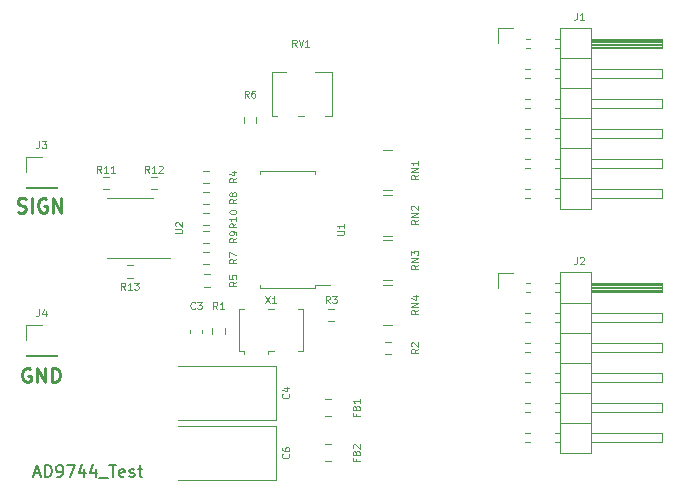
<source format=gbr>
G04 #@! TF.GenerationSoftware,KiCad,Pcbnew,7.0.6*
G04 #@! TF.CreationDate,2023-08-06T21:35:15+02:00*
G04 #@! TF.ProjectId,AD9744_Test,41443937-3434-45f5-9465-73742e6b6963,rev?*
G04 #@! TF.SameCoordinates,Original*
G04 #@! TF.FileFunction,Legend,Top*
G04 #@! TF.FilePolarity,Positive*
%FSLAX46Y46*%
G04 Gerber Fmt 4.6, Leading zero omitted, Abs format (unit mm)*
G04 Created by KiCad (PCBNEW 7.0.6) date 2023-08-06 21:35:15*
%MOMM*%
%LPD*%
G01*
G04 APERTURE LIST*
%ADD10C,0.240000*%
%ADD11C,0.150000*%
%ADD12C,0.120000*%
G04 APERTURE END LIST*
D10*
X112273465Y-94779520D02*
X112444894Y-94836662D01*
X112444894Y-94836662D02*
X112730608Y-94836662D01*
X112730608Y-94836662D02*
X112844894Y-94779520D01*
X112844894Y-94779520D02*
X112902036Y-94722377D01*
X112902036Y-94722377D02*
X112959179Y-94608091D01*
X112959179Y-94608091D02*
X112959179Y-94493805D01*
X112959179Y-94493805D02*
X112902036Y-94379520D01*
X112902036Y-94379520D02*
X112844894Y-94322377D01*
X112844894Y-94322377D02*
X112730608Y-94265234D01*
X112730608Y-94265234D02*
X112502036Y-94208091D01*
X112502036Y-94208091D02*
X112387751Y-94150948D01*
X112387751Y-94150948D02*
X112330608Y-94093805D01*
X112330608Y-94093805D02*
X112273465Y-93979520D01*
X112273465Y-93979520D02*
X112273465Y-93865234D01*
X112273465Y-93865234D02*
X112330608Y-93750948D01*
X112330608Y-93750948D02*
X112387751Y-93693805D01*
X112387751Y-93693805D02*
X112502036Y-93636662D01*
X112502036Y-93636662D02*
X112787751Y-93636662D01*
X112787751Y-93636662D02*
X112959179Y-93693805D01*
X113473465Y-94836662D02*
X113473465Y-93636662D01*
X114673465Y-93693805D02*
X114559180Y-93636662D01*
X114559180Y-93636662D02*
X114387751Y-93636662D01*
X114387751Y-93636662D02*
X114216322Y-93693805D01*
X114216322Y-93693805D02*
X114102037Y-93808091D01*
X114102037Y-93808091D02*
X114044894Y-93922377D01*
X114044894Y-93922377D02*
X113987751Y-94150948D01*
X113987751Y-94150948D02*
X113987751Y-94322377D01*
X113987751Y-94322377D02*
X114044894Y-94550948D01*
X114044894Y-94550948D02*
X114102037Y-94665234D01*
X114102037Y-94665234D02*
X114216322Y-94779520D01*
X114216322Y-94779520D02*
X114387751Y-94836662D01*
X114387751Y-94836662D02*
X114502037Y-94836662D01*
X114502037Y-94836662D02*
X114673465Y-94779520D01*
X114673465Y-94779520D02*
X114730608Y-94722377D01*
X114730608Y-94722377D02*
X114730608Y-94322377D01*
X114730608Y-94322377D02*
X114502037Y-94322377D01*
X115244894Y-94836662D02*
X115244894Y-93636662D01*
X115244894Y-93636662D02*
X115930608Y-94836662D01*
X115930608Y-94836662D02*
X115930608Y-93636662D01*
D11*
X113700160Y-116932104D02*
X114176350Y-116932104D01*
X113604922Y-117217819D02*
X113938255Y-116217819D01*
X113938255Y-116217819D02*
X114271588Y-117217819D01*
X114604922Y-117217819D02*
X114604922Y-116217819D01*
X114604922Y-116217819D02*
X114843017Y-116217819D01*
X114843017Y-116217819D02*
X114985874Y-116265438D01*
X114985874Y-116265438D02*
X115081112Y-116360676D01*
X115081112Y-116360676D02*
X115128731Y-116455914D01*
X115128731Y-116455914D02*
X115176350Y-116646390D01*
X115176350Y-116646390D02*
X115176350Y-116789247D01*
X115176350Y-116789247D02*
X115128731Y-116979723D01*
X115128731Y-116979723D02*
X115081112Y-117074961D01*
X115081112Y-117074961D02*
X114985874Y-117170200D01*
X114985874Y-117170200D02*
X114843017Y-117217819D01*
X114843017Y-117217819D02*
X114604922Y-117217819D01*
X115652541Y-117217819D02*
X115843017Y-117217819D01*
X115843017Y-117217819D02*
X115938255Y-117170200D01*
X115938255Y-117170200D02*
X115985874Y-117122580D01*
X115985874Y-117122580D02*
X116081112Y-116979723D01*
X116081112Y-116979723D02*
X116128731Y-116789247D01*
X116128731Y-116789247D02*
X116128731Y-116408295D01*
X116128731Y-116408295D02*
X116081112Y-116313057D01*
X116081112Y-116313057D02*
X116033493Y-116265438D01*
X116033493Y-116265438D02*
X115938255Y-116217819D01*
X115938255Y-116217819D02*
X115747779Y-116217819D01*
X115747779Y-116217819D02*
X115652541Y-116265438D01*
X115652541Y-116265438D02*
X115604922Y-116313057D01*
X115604922Y-116313057D02*
X115557303Y-116408295D01*
X115557303Y-116408295D02*
X115557303Y-116646390D01*
X115557303Y-116646390D02*
X115604922Y-116741628D01*
X115604922Y-116741628D02*
X115652541Y-116789247D01*
X115652541Y-116789247D02*
X115747779Y-116836866D01*
X115747779Y-116836866D02*
X115938255Y-116836866D01*
X115938255Y-116836866D02*
X116033493Y-116789247D01*
X116033493Y-116789247D02*
X116081112Y-116741628D01*
X116081112Y-116741628D02*
X116128731Y-116646390D01*
X116462065Y-116217819D02*
X117128731Y-116217819D01*
X117128731Y-116217819D02*
X116700160Y-117217819D01*
X117938255Y-116551152D02*
X117938255Y-117217819D01*
X117700160Y-116170200D02*
X117462065Y-116884485D01*
X117462065Y-116884485D02*
X118081112Y-116884485D01*
X118890636Y-116551152D02*
X118890636Y-117217819D01*
X118652541Y-116170200D02*
X118414446Y-116884485D01*
X118414446Y-116884485D02*
X119033493Y-116884485D01*
X119176351Y-117313057D02*
X119938255Y-117313057D01*
X120033494Y-116217819D02*
X120604922Y-116217819D01*
X120319208Y-117217819D02*
X120319208Y-116217819D01*
X121319208Y-117170200D02*
X121223970Y-117217819D01*
X121223970Y-117217819D02*
X121033494Y-117217819D01*
X121033494Y-117217819D02*
X120938256Y-117170200D01*
X120938256Y-117170200D02*
X120890637Y-117074961D01*
X120890637Y-117074961D02*
X120890637Y-116694009D01*
X120890637Y-116694009D02*
X120938256Y-116598771D01*
X120938256Y-116598771D02*
X121033494Y-116551152D01*
X121033494Y-116551152D02*
X121223970Y-116551152D01*
X121223970Y-116551152D02*
X121319208Y-116598771D01*
X121319208Y-116598771D02*
X121366827Y-116694009D01*
X121366827Y-116694009D02*
X121366827Y-116789247D01*
X121366827Y-116789247D02*
X120890637Y-116884485D01*
X121747780Y-117170200D02*
X121843018Y-117217819D01*
X121843018Y-117217819D02*
X122033494Y-117217819D01*
X122033494Y-117217819D02*
X122128732Y-117170200D01*
X122128732Y-117170200D02*
X122176351Y-117074961D01*
X122176351Y-117074961D02*
X122176351Y-117027342D01*
X122176351Y-117027342D02*
X122128732Y-116932104D01*
X122128732Y-116932104D02*
X122033494Y-116884485D01*
X122033494Y-116884485D02*
X121890637Y-116884485D01*
X121890637Y-116884485D02*
X121795399Y-116836866D01*
X121795399Y-116836866D02*
X121747780Y-116741628D01*
X121747780Y-116741628D02*
X121747780Y-116694009D01*
X121747780Y-116694009D02*
X121795399Y-116598771D01*
X121795399Y-116598771D02*
X121890637Y-116551152D01*
X121890637Y-116551152D02*
X122033494Y-116551152D01*
X122033494Y-116551152D02*
X122128732Y-116598771D01*
X122462066Y-116551152D02*
X122843018Y-116551152D01*
X122604923Y-116217819D02*
X122604923Y-117074961D01*
X122604923Y-117074961D02*
X122652542Y-117170200D01*
X122652542Y-117170200D02*
X122747780Y-117217819D01*
X122747780Y-117217819D02*
X122843018Y-117217819D01*
D10*
X113340179Y-108044805D02*
X113225894Y-107987662D01*
X113225894Y-107987662D02*
X113054465Y-107987662D01*
X113054465Y-107987662D02*
X112883036Y-108044805D01*
X112883036Y-108044805D02*
X112768751Y-108159091D01*
X112768751Y-108159091D02*
X112711608Y-108273377D01*
X112711608Y-108273377D02*
X112654465Y-108501948D01*
X112654465Y-108501948D02*
X112654465Y-108673377D01*
X112654465Y-108673377D02*
X112711608Y-108901948D01*
X112711608Y-108901948D02*
X112768751Y-109016234D01*
X112768751Y-109016234D02*
X112883036Y-109130520D01*
X112883036Y-109130520D02*
X113054465Y-109187662D01*
X113054465Y-109187662D02*
X113168751Y-109187662D01*
X113168751Y-109187662D02*
X113340179Y-109130520D01*
X113340179Y-109130520D02*
X113397322Y-109073377D01*
X113397322Y-109073377D02*
X113397322Y-108673377D01*
X113397322Y-108673377D02*
X113168751Y-108673377D01*
X113911608Y-109187662D02*
X113911608Y-107987662D01*
X113911608Y-107987662D02*
X114597322Y-109187662D01*
X114597322Y-109187662D02*
X114597322Y-107987662D01*
X115168751Y-109187662D02*
X115168751Y-107987662D01*
X115168751Y-107987662D02*
X115454465Y-107987662D01*
X115454465Y-107987662D02*
X115625894Y-108044805D01*
X115625894Y-108044805D02*
X115740179Y-108159091D01*
X115740179Y-108159091D02*
X115797322Y-108273377D01*
X115797322Y-108273377D02*
X115854465Y-108501948D01*
X115854465Y-108501948D02*
X115854465Y-108673377D01*
X115854465Y-108673377D02*
X115797322Y-108901948D01*
X115797322Y-108901948D02*
X115740179Y-109016234D01*
X115740179Y-109016234D02*
X115625894Y-109130520D01*
X115625894Y-109130520D02*
X115454465Y-109187662D01*
X115454465Y-109187662D02*
X115168751Y-109187662D01*
D12*
X114099999Y-88781331D02*
X114099999Y-89209902D01*
X114099999Y-89209902D02*
X114071428Y-89295617D01*
X114071428Y-89295617D02*
X114014285Y-89352760D01*
X114014285Y-89352760D02*
X113928571Y-89381331D01*
X113928571Y-89381331D02*
X113871428Y-89381331D01*
X114328571Y-88781331D02*
X114699999Y-88781331D01*
X114699999Y-88781331D02*
X114499999Y-89009902D01*
X114499999Y-89009902D02*
X114585714Y-89009902D01*
X114585714Y-89009902D02*
X114642857Y-89038474D01*
X114642857Y-89038474D02*
X114671428Y-89067045D01*
X114671428Y-89067045D02*
X114699999Y-89124188D01*
X114699999Y-89124188D02*
X114699999Y-89267045D01*
X114699999Y-89267045D02*
X114671428Y-89324188D01*
X114671428Y-89324188D02*
X114642857Y-89352760D01*
X114642857Y-89352760D02*
X114585714Y-89381331D01*
X114585714Y-89381331D02*
X114414285Y-89381331D01*
X114414285Y-89381331D02*
X114357142Y-89352760D01*
X114357142Y-89352760D02*
X114328571Y-89324188D01*
X140927045Y-115688999D02*
X140927045Y-115888999D01*
X141241331Y-115888999D02*
X140641331Y-115888999D01*
X140641331Y-115888999D02*
X140641331Y-115603285D01*
X140927045Y-115174713D02*
X140955617Y-115088999D01*
X140955617Y-115088999D02*
X140984188Y-115060428D01*
X140984188Y-115060428D02*
X141041331Y-115031856D01*
X141041331Y-115031856D02*
X141127045Y-115031856D01*
X141127045Y-115031856D02*
X141184188Y-115060428D01*
X141184188Y-115060428D02*
X141212760Y-115088999D01*
X141212760Y-115088999D02*
X141241331Y-115146142D01*
X141241331Y-115146142D02*
X141241331Y-115374713D01*
X141241331Y-115374713D02*
X140641331Y-115374713D01*
X140641331Y-115374713D02*
X140641331Y-115174713D01*
X140641331Y-115174713D02*
X140669902Y-115117571D01*
X140669902Y-115117571D02*
X140698474Y-115088999D01*
X140698474Y-115088999D02*
X140755617Y-115060428D01*
X140755617Y-115060428D02*
X140812760Y-115060428D01*
X140812760Y-115060428D02*
X140869902Y-115088999D01*
X140869902Y-115088999D02*
X140898474Y-115117571D01*
X140898474Y-115117571D02*
X140927045Y-115174713D01*
X140927045Y-115174713D02*
X140927045Y-115374713D01*
X140698474Y-114803285D02*
X140669902Y-114774713D01*
X140669902Y-114774713D02*
X140641331Y-114717571D01*
X140641331Y-114717571D02*
X140641331Y-114574713D01*
X140641331Y-114574713D02*
X140669902Y-114517571D01*
X140669902Y-114517571D02*
X140698474Y-114488999D01*
X140698474Y-114488999D02*
X140755617Y-114460428D01*
X140755617Y-114460428D02*
X140812760Y-114460428D01*
X140812760Y-114460428D02*
X140898474Y-114488999D01*
X140898474Y-114488999D02*
X141241331Y-114831856D01*
X141241331Y-114831856D02*
X141241331Y-114460428D01*
X130803831Y-98778999D02*
X130518117Y-98978999D01*
X130803831Y-99121856D02*
X130203831Y-99121856D01*
X130203831Y-99121856D02*
X130203831Y-98893285D01*
X130203831Y-98893285D02*
X130232402Y-98836142D01*
X130232402Y-98836142D02*
X130260974Y-98807571D01*
X130260974Y-98807571D02*
X130318117Y-98778999D01*
X130318117Y-98778999D02*
X130403831Y-98778999D01*
X130403831Y-98778999D02*
X130460974Y-98807571D01*
X130460974Y-98807571D02*
X130489545Y-98836142D01*
X130489545Y-98836142D02*
X130518117Y-98893285D01*
X130518117Y-98893285D02*
X130518117Y-99121856D01*
X130203831Y-98578999D02*
X130203831Y-98178999D01*
X130203831Y-98178999D02*
X130803831Y-98436142D01*
X146170831Y-103087285D02*
X145885117Y-103287285D01*
X146170831Y-103430142D02*
X145570831Y-103430142D01*
X145570831Y-103430142D02*
X145570831Y-103201571D01*
X145570831Y-103201571D02*
X145599402Y-103144428D01*
X145599402Y-103144428D02*
X145627974Y-103115857D01*
X145627974Y-103115857D02*
X145685117Y-103087285D01*
X145685117Y-103087285D02*
X145770831Y-103087285D01*
X145770831Y-103087285D02*
X145827974Y-103115857D01*
X145827974Y-103115857D02*
X145856545Y-103144428D01*
X145856545Y-103144428D02*
X145885117Y-103201571D01*
X145885117Y-103201571D02*
X145885117Y-103430142D01*
X146170831Y-102830142D02*
X145570831Y-102830142D01*
X145570831Y-102830142D02*
X146170831Y-102487285D01*
X146170831Y-102487285D02*
X145570831Y-102487285D01*
X145770831Y-101944429D02*
X146170831Y-101944429D01*
X145542260Y-102087286D02*
X145970831Y-102230143D01*
X145970831Y-102230143D02*
X145970831Y-101858714D01*
X133245285Y-101906331D02*
X133645285Y-102506331D01*
X133645285Y-101906331D02*
X133245285Y-102506331D01*
X134188142Y-102506331D02*
X133845285Y-102506331D01*
X134016714Y-102506331D02*
X134016714Y-101906331D01*
X134016714Y-101906331D02*
X133959571Y-101992045D01*
X133959571Y-101992045D02*
X133902428Y-102049188D01*
X133902428Y-102049188D02*
X133845285Y-102077760D01*
X114099999Y-103005331D02*
X114099999Y-103433902D01*
X114099999Y-103433902D02*
X114071428Y-103519617D01*
X114071428Y-103519617D02*
X114014285Y-103576760D01*
X114014285Y-103576760D02*
X113928571Y-103605331D01*
X113928571Y-103605331D02*
X113871428Y-103605331D01*
X114642857Y-103205331D02*
X114642857Y-103605331D01*
X114499999Y-102976760D02*
X114357142Y-103405331D01*
X114357142Y-103405331D02*
X114728571Y-103405331D01*
X130803831Y-91920999D02*
X130518117Y-92120999D01*
X130803831Y-92263856D02*
X130203831Y-92263856D01*
X130203831Y-92263856D02*
X130203831Y-92035285D01*
X130203831Y-92035285D02*
X130232402Y-91978142D01*
X130232402Y-91978142D02*
X130260974Y-91949571D01*
X130260974Y-91949571D02*
X130318117Y-91920999D01*
X130318117Y-91920999D02*
X130403831Y-91920999D01*
X130403831Y-91920999D02*
X130460974Y-91949571D01*
X130460974Y-91949571D02*
X130489545Y-91978142D01*
X130489545Y-91978142D02*
X130518117Y-92035285D01*
X130518117Y-92035285D02*
X130518117Y-92263856D01*
X130403831Y-91406714D02*
X130803831Y-91406714D01*
X130175260Y-91549571D02*
X130603831Y-91692428D01*
X130603831Y-91692428D02*
X130603831Y-91320999D01*
X131829500Y-85107331D02*
X131629500Y-84821617D01*
X131486643Y-85107331D02*
X131486643Y-84507331D01*
X131486643Y-84507331D02*
X131715214Y-84507331D01*
X131715214Y-84507331D02*
X131772357Y-84535902D01*
X131772357Y-84535902D02*
X131800928Y-84564474D01*
X131800928Y-84564474D02*
X131829500Y-84621617D01*
X131829500Y-84621617D02*
X131829500Y-84707331D01*
X131829500Y-84707331D02*
X131800928Y-84764474D01*
X131800928Y-84764474D02*
X131772357Y-84793045D01*
X131772357Y-84793045D02*
X131715214Y-84821617D01*
X131715214Y-84821617D02*
X131486643Y-84821617D01*
X132343786Y-84507331D02*
X132229500Y-84507331D01*
X132229500Y-84507331D02*
X132172357Y-84535902D01*
X132172357Y-84535902D02*
X132143786Y-84564474D01*
X132143786Y-84564474D02*
X132086643Y-84650188D01*
X132086643Y-84650188D02*
X132058071Y-84764474D01*
X132058071Y-84764474D02*
X132058071Y-84993045D01*
X132058071Y-84993045D02*
X132086643Y-85050188D01*
X132086643Y-85050188D02*
X132115214Y-85078760D01*
X132115214Y-85078760D02*
X132172357Y-85107331D01*
X132172357Y-85107331D02*
X132286643Y-85107331D01*
X132286643Y-85107331D02*
X132343786Y-85078760D01*
X132343786Y-85078760D02*
X132372357Y-85050188D01*
X132372357Y-85050188D02*
X132400928Y-84993045D01*
X132400928Y-84993045D02*
X132400928Y-84850188D01*
X132400928Y-84850188D02*
X132372357Y-84793045D01*
X132372357Y-84793045D02*
X132343786Y-84764474D01*
X132343786Y-84764474D02*
X132286643Y-84735902D01*
X132286643Y-84735902D02*
X132172357Y-84735902D01*
X132172357Y-84735902D02*
X132115214Y-84764474D01*
X132115214Y-84764474D02*
X132086643Y-84793045D01*
X132086643Y-84793045D02*
X132058071Y-84850188D01*
X127281000Y-102957188D02*
X127252428Y-102985760D01*
X127252428Y-102985760D02*
X127166714Y-103014331D01*
X127166714Y-103014331D02*
X127109571Y-103014331D01*
X127109571Y-103014331D02*
X127023857Y-102985760D01*
X127023857Y-102985760D02*
X126966714Y-102928617D01*
X126966714Y-102928617D02*
X126938143Y-102871474D01*
X126938143Y-102871474D02*
X126909571Y-102757188D01*
X126909571Y-102757188D02*
X126909571Y-102671474D01*
X126909571Y-102671474D02*
X126938143Y-102557188D01*
X126938143Y-102557188D02*
X126966714Y-102500045D01*
X126966714Y-102500045D02*
X127023857Y-102442902D01*
X127023857Y-102442902D02*
X127109571Y-102414331D01*
X127109571Y-102414331D02*
X127166714Y-102414331D01*
X127166714Y-102414331D02*
X127252428Y-102442902D01*
X127252428Y-102442902D02*
X127281000Y-102471474D01*
X127481000Y-102414331D02*
X127852428Y-102414331D01*
X127852428Y-102414331D02*
X127652428Y-102642902D01*
X127652428Y-102642902D02*
X127738143Y-102642902D01*
X127738143Y-102642902D02*
X127795286Y-102671474D01*
X127795286Y-102671474D02*
X127823857Y-102700045D01*
X127823857Y-102700045D02*
X127852428Y-102757188D01*
X127852428Y-102757188D02*
X127852428Y-102900045D01*
X127852428Y-102900045D02*
X127823857Y-102957188D01*
X127823857Y-102957188D02*
X127795286Y-102985760D01*
X127795286Y-102985760D02*
X127738143Y-103014331D01*
X127738143Y-103014331D02*
X127566714Y-103014331D01*
X127566714Y-103014331D02*
X127509571Y-102985760D01*
X127509571Y-102985760D02*
X127481000Y-102957188D01*
X146170831Y-99277285D02*
X145885117Y-99477285D01*
X146170831Y-99620142D02*
X145570831Y-99620142D01*
X145570831Y-99620142D02*
X145570831Y-99391571D01*
X145570831Y-99391571D02*
X145599402Y-99334428D01*
X145599402Y-99334428D02*
X145627974Y-99305857D01*
X145627974Y-99305857D02*
X145685117Y-99277285D01*
X145685117Y-99277285D02*
X145770831Y-99277285D01*
X145770831Y-99277285D02*
X145827974Y-99305857D01*
X145827974Y-99305857D02*
X145856545Y-99334428D01*
X145856545Y-99334428D02*
X145885117Y-99391571D01*
X145885117Y-99391571D02*
X145885117Y-99620142D01*
X146170831Y-99020142D02*
X145570831Y-99020142D01*
X145570831Y-99020142D02*
X146170831Y-98677285D01*
X146170831Y-98677285D02*
X145570831Y-98677285D01*
X145570831Y-98448714D02*
X145570831Y-98077286D01*
X145570831Y-98077286D02*
X145799402Y-98277286D01*
X145799402Y-98277286D02*
X145799402Y-98191571D01*
X145799402Y-98191571D02*
X145827974Y-98134429D01*
X145827974Y-98134429D02*
X145856545Y-98105857D01*
X145856545Y-98105857D02*
X145913688Y-98077286D01*
X145913688Y-98077286D02*
X146056545Y-98077286D01*
X146056545Y-98077286D02*
X146113688Y-98105857D01*
X146113688Y-98105857D02*
X146142260Y-98134429D01*
X146142260Y-98134429D02*
X146170831Y-98191571D01*
X146170831Y-98191571D02*
X146170831Y-98363000D01*
X146170831Y-98363000D02*
X146142260Y-98420143D01*
X146142260Y-98420143D02*
X146113688Y-98448714D01*
X130803831Y-93698999D02*
X130518117Y-93898999D01*
X130803831Y-94041856D02*
X130203831Y-94041856D01*
X130203831Y-94041856D02*
X130203831Y-93813285D01*
X130203831Y-93813285D02*
X130232402Y-93756142D01*
X130232402Y-93756142D02*
X130260974Y-93727571D01*
X130260974Y-93727571D02*
X130318117Y-93698999D01*
X130318117Y-93698999D02*
X130403831Y-93698999D01*
X130403831Y-93698999D02*
X130460974Y-93727571D01*
X130460974Y-93727571D02*
X130489545Y-93756142D01*
X130489545Y-93756142D02*
X130518117Y-93813285D01*
X130518117Y-93813285D02*
X130518117Y-94041856D01*
X130460974Y-93356142D02*
X130432402Y-93413285D01*
X130432402Y-93413285D02*
X130403831Y-93441856D01*
X130403831Y-93441856D02*
X130346688Y-93470428D01*
X130346688Y-93470428D02*
X130318117Y-93470428D01*
X130318117Y-93470428D02*
X130260974Y-93441856D01*
X130260974Y-93441856D02*
X130232402Y-93413285D01*
X130232402Y-93413285D02*
X130203831Y-93356142D01*
X130203831Y-93356142D02*
X130203831Y-93241856D01*
X130203831Y-93241856D02*
X130232402Y-93184714D01*
X130232402Y-93184714D02*
X130260974Y-93156142D01*
X130260974Y-93156142D02*
X130318117Y-93127571D01*
X130318117Y-93127571D02*
X130346688Y-93127571D01*
X130346688Y-93127571D02*
X130403831Y-93156142D01*
X130403831Y-93156142D02*
X130432402Y-93184714D01*
X130432402Y-93184714D02*
X130460974Y-93241856D01*
X130460974Y-93241856D02*
X130460974Y-93356142D01*
X130460974Y-93356142D02*
X130489545Y-93413285D01*
X130489545Y-93413285D02*
X130518117Y-93441856D01*
X130518117Y-93441856D02*
X130575260Y-93470428D01*
X130575260Y-93470428D02*
X130689545Y-93470428D01*
X130689545Y-93470428D02*
X130746688Y-93441856D01*
X130746688Y-93441856D02*
X130775260Y-93413285D01*
X130775260Y-93413285D02*
X130803831Y-93356142D01*
X130803831Y-93356142D02*
X130803831Y-93241856D01*
X130803831Y-93241856D02*
X130775260Y-93184714D01*
X130775260Y-93184714D02*
X130746688Y-93156142D01*
X130746688Y-93156142D02*
X130689545Y-93127571D01*
X130689545Y-93127571D02*
X130575260Y-93127571D01*
X130575260Y-93127571D02*
X130518117Y-93156142D01*
X130518117Y-93156142D02*
X130489545Y-93184714D01*
X130489545Y-93184714D02*
X130460974Y-93241856D01*
X130803831Y-100683999D02*
X130518117Y-100883999D01*
X130803831Y-101026856D02*
X130203831Y-101026856D01*
X130203831Y-101026856D02*
X130203831Y-100798285D01*
X130203831Y-100798285D02*
X130232402Y-100741142D01*
X130232402Y-100741142D02*
X130260974Y-100712571D01*
X130260974Y-100712571D02*
X130318117Y-100683999D01*
X130318117Y-100683999D02*
X130403831Y-100683999D01*
X130403831Y-100683999D02*
X130460974Y-100712571D01*
X130460974Y-100712571D02*
X130489545Y-100741142D01*
X130489545Y-100741142D02*
X130518117Y-100798285D01*
X130518117Y-100798285D02*
X130518117Y-101026856D01*
X130203831Y-100141142D02*
X130203831Y-100426856D01*
X130203831Y-100426856D02*
X130489545Y-100455428D01*
X130489545Y-100455428D02*
X130460974Y-100426856D01*
X130460974Y-100426856D02*
X130432402Y-100369714D01*
X130432402Y-100369714D02*
X130432402Y-100226856D01*
X130432402Y-100226856D02*
X130460974Y-100169714D01*
X130460974Y-100169714D02*
X130489545Y-100141142D01*
X130489545Y-100141142D02*
X130546688Y-100112571D01*
X130546688Y-100112571D02*
X130689545Y-100112571D01*
X130689545Y-100112571D02*
X130746688Y-100141142D01*
X130746688Y-100141142D02*
X130775260Y-100169714D01*
X130775260Y-100169714D02*
X130803831Y-100226856D01*
X130803831Y-100226856D02*
X130803831Y-100369714D01*
X130803831Y-100369714D02*
X130775260Y-100426856D01*
X130775260Y-100426856D02*
X130746688Y-100455428D01*
X119351785Y-91457331D02*
X119151785Y-91171617D01*
X119008928Y-91457331D02*
X119008928Y-90857331D01*
X119008928Y-90857331D02*
X119237499Y-90857331D01*
X119237499Y-90857331D02*
X119294642Y-90885902D01*
X119294642Y-90885902D02*
X119323213Y-90914474D01*
X119323213Y-90914474D02*
X119351785Y-90971617D01*
X119351785Y-90971617D02*
X119351785Y-91057331D01*
X119351785Y-91057331D02*
X119323213Y-91114474D01*
X119323213Y-91114474D02*
X119294642Y-91143045D01*
X119294642Y-91143045D02*
X119237499Y-91171617D01*
X119237499Y-91171617D02*
X119008928Y-91171617D01*
X119923213Y-91457331D02*
X119580356Y-91457331D01*
X119751785Y-91457331D02*
X119751785Y-90857331D01*
X119751785Y-90857331D02*
X119694642Y-90943045D01*
X119694642Y-90943045D02*
X119637499Y-91000188D01*
X119637499Y-91000188D02*
X119580356Y-91028760D01*
X120494642Y-91457331D02*
X120151785Y-91457331D01*
X120323214Y-91457331D02*
X120323214Y-90857331D01*
X120323214Y-90857331D02*
X120266071Y-90943045D01*
X120266071Y-90943045D02*
X120208928Y-91000188D01*
X120208928Y-91000188D02*
X120151785Y-91028760D01*
X146194331Y-106398999D02*
X145908617Y-106598999D01*
X146194331Y-106741856D02*
X145594331Y-106741856D01*
X145594331Y-106741856D02*
X145594331Y-106513285D01*
X145594331Y-106513285D02*
X145622902Y-106456142D01*
X145622902Y-106456142D02*
X145651474Y-106427571D01*
X145651474Y-106427571D02*
X145708617Y-106398999D01*
X145708617Y-106398999D02*
X145794331Y-106398999D01*
X145794331Y-106398999D02*
X145851474Y-106427571D01*
X145851474Y-106427571D02*
X145880045Y-106456142D01*
X145880045Y-106456142D02*
X145908617Y-106513285D01*
X145908617Y-106513285D02*
X145908617Y-106741856D01*
X145651474Y-106170428D02*
X145622902Y-106141856D01*
X145622902Y-106141856D02*
X145594331Y-106084714D01*
X145594331Y-106084714D02*
X145594331Y-105941856D01*
X145594331Y-105941856D02*
X145622902Y-105884714D01*
X145622902Y-105884714D02*
X145651474Y-105856142D01*
X145651474Y-105856142D02*
X145708617Y-105827571D01*
X145708617Y-105827571D02*
X145765760Y-105827571D01*
X145765760Y-105827571D02*
X145851474Y-105856142D01*
X145851474Y-105856142D02*
X146194331Y-106198999D01*
X146194331Y-106198999D02*
X146194331Y-105827571D01*
X135215188Y-110208999D02*
X135243760Y-110237571D01*
X135243760Y-110237571D02*
X135272331Y-110323285D01*
X135272331Y-110323285D02*
X135272331Y-110380428D01*
X135272331Y-110380428D02*
X135243760Y-110466142D01*
X135243760Y-110466142D02*
X135186617Y-110523285D01*
X135186617Y-110523285D02*
X135129474Y-110551856D01*
X135129474Y-110551856D02*
X135015188Y-110580428D01*
X135015188Y-110580428D02*
X134929474Y-110580428D01*
X134929474Y-110580428D02*
X134815188Y-110551856D01*
X134815188Y-110551856D02*
X134758045Y-110523285D01*
X134758045Y-110523285D02*
X134700902Y-110466142D01*
X134700902Y-110466142D02*
X134672331Y-110380428D01*
X134672331Y-110380428D02*
X134672331Y-110323285D01*
X134672331Y-110323285D02*
X134700902Y-110237571D01*
X134700902Y-110237571D02*
X134729474Y-110208999D01*
X134872331Y-109694714D02*
X135272331Y-109694714D01*
X134643760Y-109837571D02*
X135072331Y-109980428D01*
X135072331Y-109980428D02*
X135072331Y-109608999D01*
X159632999Y-77919331D02*
X159632999Y-78347902D01*
X159632999Y-78347902D02*
X159604428Y-78433617D01*
X159604428Y-78433617D02*
X159547285Y-78490760D01*
X159547285Y-78490760D02*
X159461571Y-78519331D01*
X159461571Y-78519331D02*
X159404428Y-78519331D01*
X160232999Y-78519331D02*
X159890142Y-78519331D01*
X160061571Y-78519331D02*
X160061571Y-77919331D01*
X160061571Y-77919331D02*
X160004428Y-78005045D01*
X160004428Y-78005045D02*
X159947285Y-78062188D01*
X159947285Y-78062188D02*
X159890142Y-78090760D01*
X146170831Y-95467285D02*
X145885117Y-95667285D01*
X146170831Y-95810142D02*
X145570831Y-95810142D01*
X145570831Y-95810142D02*
X145570831Y-95581571D01*
X145570831Y-95581571D02*
X145599402Y-95524428D01*
X145599402Y-95524428D02*
X145627974Y-95495857D01*
X145627974Y-95495857D02*
X145685117Y-95467285D01*
X145685117Y-95467285D02*
X145770831Y-95467285D01*
X145770831Y-95467285D02*
X145827974Y-95495857D01*
X145827974Y-95495857D02*
X145856545Y-95524428D01*
X145856545Y-95524428D02*
X145885117Y-95581571D01*
X145885117Y-95581571D02*
X145885117Y-95810142D01*
X146170831Y-95210142D02*
X145570831Y-95210142D01*
X145570831Y-95210142D02*
X146170831Y-94867285D01*
X146170831Y-94867285D02*
X145570831Y-94867285D01*
X145627974Y-94610143D02*
X145599402Y-94581571D01*
X145599402Y-94581571D02*
X145570831Y-94524429D01*
X145570831Y-94524429D02*
X145570831Y-94381571D01*
X145570831Y-94381571D02*
X145599402Y-94324429D01*
X145599402Y-94324429D02*
X145627974Y-94295857D01*
X145627974Y-94295857D02*
X145685117Y-94267286D01*
X145685117Y-94267286D02*
X145742260Y-94267286D01*
X145742260Y-94267286D02*
X145827974Y-94295857D01*
X145827974Y-94295857D02*
X146170831Y-94638714D01*
X146170831Y-94638714D02*
X146170831Y-94267286D01*
X135890357Y-80789331D02*
X135690357Y-80503617D01*
X135547500Y-80789331D02*
X135547500Y-80189331D01*
X135547500Y-80189331D02*
X135776071Y-80189331D01*
X135776071Y-80189331D02*
X135833214Y-80217902D01*
X135833214Y-80217902D02*
X135861785Y-80246474D01*
X135861785Y-80246474D02*
X135890357Y-80303617D01*
X135890357Y-80303617D02*
X135890357Y-80389331D01*
X135890357Y-80389331D02*
X135861785Y-80446474D01*
X135861785Y-80446474D02*
X135833214Y-80475045D01*
X135833214Y-80475045D02*
X135776071Y-80503617D01*
X135776071Y-80503617D02*
X135547500Y-80503617D01*
X136061785Y-80189331D02*
X136261785Y-80789331D01*
X136261785Y-80789331D02*
X136461785Y-80189331D01*
X136976071Y-80789331D02*
X136633214Y-80789331D01*
X136804643Y-80789331D02*
X136804643Y-80189331D01*
X136804643Y-80189331D02*
X136747500Y-80275045D01*
X136747500Y-80275045D02*
X136690357Y-80332188D01*
X136690357Y-80332188D02*
X136633214Y-80360760D01*
X140927045Y-111878999D02*
X140927045Y-112078999D01*
X141241331Y-112078999D02*
X140641331Y-112078999D01*
X140641331Y-112078999D02*
X140641331Y-111793285D01*
X140927045Y-111364713D02*
X140955617Y-111278999D01*
X140955617Y-111278999D02*
X140984188Y-111250428D01*
X140984188Y-111250428D02*
X141041331Y-111221856D01*
X141041331Y-111221856D02*
X141127045Y-111221856D01*
X141127045Y-111221856D02*
X141184188Y-111250428D01*
X141184188Y-111250428D02*
X141212760Y-111278999D01*
X141212760Y-111278999D02*
X141241331Y-111336142D01*
X141241331Y-111336142D02*
X141241331Y-111564713D01*
X141241331Y-111564713D02*
X140641331Y-111564713D01*
X140641331Y-111564713D02*
X140641331Y-111364713D01*
X140641331Y-111364713D02*
X140669902Y-111307571D01*
X140669902Y-111307571D02*
X140698474Y-111278999D01*
X140698474Y-111278999D02*
X140755617Y-111250428D01*
X140755617Y-111250428D02*
X140812760Y-111250428D01*
X140812760Y-111250428D02*
X140869902Y-111278999D01*
X140869902Y-111278999D02*
X140898474Y-111307571D01*
X140898474Y-111307571D02*
X140927045Y-111364713D01*
X140927045Y-111364713D02*
X140927045Y-111564713D01*
X141241331Y-110650428D02*
X141241331Y-110993285D01*
X141241331Y-110821856D02*
X140641331Y-110821856D01*
X140641331Y-110821856D02*
X140727045Y-110878999D01*
X140727045Y-110878999D02*
X140784188Y-110936142D01*
X140784188Y-110936142D02*
X140812760Y-110993285D01*
X159632999Y-98609331D02*
X159632999Y-99037902D01*
X159632999Y-99037902D02*
X159604428Y-99123617D01*
X159604428Y-99123617D02*
X159547285Y-99180760D01*
X159547285Y-99180760D02*
X159461571Y-99209331D01*
X159461571Y-99209331D02*
X159404428Y-99209331D01*
X159890142Y-98666474D02*
X159918714Y-98637902D01*
X159918714Y-98637902D02*
X159975857Y-98609331D01*
X159975857Y-98609331D02*
X160118714Y-98609331D01*
X160118714Y-98609331D02*
X160175857Y-98637902D01*
X160175857Y-98637902D02*
X160204428Y-98666474D01*
X160204428Y-98666474D02*
X160232999Y-98723617D01*
X160232999Y-98723617D02*
X160232999Y-98780760D01*
X160232999Y-98780760D02*
X160204428Y-98866474D01*
X160204428Y-98866474D02*
X159861571Y-99209331D01*
X159861571Y-99209331D02*
X160232999Y-99209331D01*
X129186000Y-103014331D02*
X128986000Y-102728617D01*
X128843143Y-103014331D02*
X128843143Y-102414331D01*
X128843143Y-102414331D02*
X129071714Y-102414331D01*
X129071714Y-102414331D02*
X129128857Y-102442902D01*
X129128857Y-102442902D02*
X129157428Y-102471474D01*
X129157428Y-102471474D02*
X129186000Y-102528617D01*
X129186000Y-102528617D02*
X129186000Y-102614331D01*
X129186000Y-102614331D02*
X129157428Y-102671474D01*
X129157428Y-102671474D02*
X129128857Y-102700045D01*
X129128857Y-102700045D02*
X129071714Y-102728617D01*
X129071714Y-102728617D02*
X128843143Y-102728617D01*
X129757428Y-103014331D02*
X129414571Y-103014331D01*
X129586000Y-103014331D02*
X129586000Y-102414331D01*
X129586000Y-102414331D02*
X129528857Y-102500045D01*
X129528857Y-102500045D02*
X129471714Y-102557188D01*
X129471714Y-102557188D02*
X129414571Y-102585760D01*
X130803831Y-95762714D02*
X130518117Y-95962714D01*
X130803831Y-96105571D02*
X130203831Y-96105571D01*
X130203831Y-96105571D02*
X130203831Y-95877000D01*
X130203831Y-95877000D02*
X130232402Y-95819857D01*
X130232402Y-95819857D02*
X130260974Y-95791286D01*
X130260974Y-95791286D02*
X130318117Y-95762714D01*
X130318117Y-95762714D02*
X130403831Y-95762714D01*
X130403831Y-95762714D02*
X130460974Y-95791286D01*
X130460974Y-95791286D02*
X130489545Y-95819857D01*
X130489545Y-95819857D02*
X130518117Y-95877000D01*
X130518117Y-95877000D02*
X130518117Y-96105571D01*
X130803831Y-95191286D02*
X130803831Y-95534143D01*
X130803831Y-95362714D02*
X130203831Y-95362714D01*
X130203831Y-95362714D02*
X130289545Y-95419857D01*
X130289545Y-95419857D02*
X130346688Y-95477000D01*
X130346688Y-95477000D02*
X130375260Y-95534143D01*
X130203831Y-94819857D02*
X130203831Y-94762714D01*
X130203831Y-94762714D02*
X130232402Y-94705571D01*
X130232402Y-94705571D02*
X130260974Y-94677000D01*
X130260974Y-94677000D02*
X130318117Y-94648428D01*
X130318117Y-94648428D02*
X130432402Y-94619857D01*
X130432402Y-94619857D02*
X130575260Y-94619857D01*
X130575260Y-94619857D02*
X130689545Y-94648428D01*
X130689545Y-94648428D02*
X130746688Y-94677000D01*
X130746688Y-94677000D02*
X130775260Y-94705571D01*
X130775260Y-94705571D02*
X130803831Y-94762714D01*
X130803831Y-94762714D02*
X130803831Y-94819857D01*
X130803831Y-94819857D02*
X130775260Y-94877000D01*
X130775260Y-94877000D02*
X130746688Y-94905571D01*
X130746688Y-94905571D02*
X130689545Y-94934142D01*
X130689545Y-94934142D02*
X130575260Y-94962714D01*
X130575260Y-94962714D02*
X130432402Y-94962714D01*
X130432402Y-94962714D02*
X130318117Y-94934142D01*
X130318117Y-94934142D02*
X130260974Y-94905571D01*
X130260974Y-94905571D02*
X130232402Y-94877000D01*
X130232402Y-94877000D02*
X130203831Y-94819857D01*
X130803831Y-97000999D02*
X130518117Y-97200999D01*
X130803831Y-97343856D02*
X130203831Y-97343856D01*
X130203831Y-97343856D02*
X130203831Y-97115285D01*
X130203831Y-97115285D02*
X130232402Y-97058142D01*
X130232402Y-97058142D02*
X130260974Y-97029571D01*
X130260974Y-97029571D02*
X130318117Y-97000999D01*
X130318117Y-97000999D02*
X130403831Y-97000999D01*
X130403831Y-97000999D02*
X130460974Y-97029571D01*
X130460974Y-97029571D02*
X130489545Y-97058142D01*
X130489545Y-97058142D02*
X130518117Y-97115285D01*
X130518117Y-97115285D02*
X130518117Y-97343856D01*
X130803831Y-96715285D02*
X130803831Y-96600999D01*
X130803831Y-96600999D02*
X130775260Y-96543856D01*
X130775260Y-96543856D02*
X130746688Y-96515285D01*
X130746688Y-96515285D02*
X130660974Y-96458142D01*
X130660974Y-96458142D02*
X130546688Y-96429571D01*
X130546688Y-96429571D02*
X130318117Y-96429571D01*
X130318117Y-96429571D02*
X130260974Y-96458142D01*
X130260974Y-96458142D02*
X130232402Y-96486714D01*
X130232402Y-96486714D02*
X130203831Y-96543856D01*
X130203831Y-96543856D02*
X130203831Y-96658142D01*
X130203831Y-96658142D02*
X130232402Y-96715285D01*
X130232402Y-96715285D02*
X130260974Y-96743856D01*
X130260974Y-96743856D02*
X130318117Y-96772428D01*
X130318117Y-96772428D02*
X130460974Y-96772428D01*
X130460974Y-96772428D02*
X130518117Y-96743856D01*
X130518117Y-96743856D02*
X130546688Y-96715285D01*
X130546688Y-96715285D02*
X130575260Y-96658142D01*
X130575260Y-96658142D02*
X130575260Y-96543856D01*
X130575260Y-96543856D02*
X130546688Y-96486714D01*
X130546688Y-96486714D02*
X130518117Y-96458142D01*
X130518117Y-96458142D02*
X130460974Y-96429571D01*
X138711000Y-102506331D02*
X138511000Y-102220617D01*
X138368143Y-102506331D02*
X138368143Y-101906331D01*
X138368143Y-101906331D02*
X138596714Y-101906331D01*
X138596714Y-101906331D02*
X138653857Y-101934902D01*
X138653857Y-101934902D02*
X138682428Y-101963474D01*
X138682428Y-101963474D02*
X138711000Y-102020617D01*
X138711000Y-102020617D02*
X138711000Y-102106331D01*
X138711000Y-102106331D02*
X138682428Y-102163474D01*
X138682428Y-102163474D02*
X138653857Y-102192045D01*
X138653857Y-102192045D02*
X138596714Y-102220617D01*
X138596714Y-102220617D02*
X138368143Y-102220617D01*
X138911000Y-101906331D02*
X139282428Y-101906331D01*
X139282428Y-101906331D02*
X139082428Y-102134902D01*
X139082428Y-102134902D02*
X139168143Y-102134902D01*
X139168143Y-102134902D02*
X139225286Y-102163474D01*
X139225286Y-102163474D02*
X139253857Y-102192045D01*
X139253857Y-102192045D02*
X139282428Y-102249188D01*
X139282428Y-102249188D02*
X139282428Y-102392045D01*
X139282428Y-102392045D02*
X139253857Y-102449188D01*
X139253857Y-102449188D02*
X139225286Y-102477760D01*
X139225286Y-102477760D02*
X139168143Y-102506331D01*
X139168143Y-102506331D02*
X138996714Y-102506331D01*
X138996714Y-102506331D02*
X138939571Y-102477760D01*
X138939571Y-102477760D02*
X138911000Y-102449188D01*
X125631831Y-96596142D02*
X126117545Y-96596142D01*
X126117545Y-96596142D02*
X126174688Y-96567571D01*
X126174688Y-96567571D02*
X126203260Y-96539000D01*
X126203260Y-96539000D02*
X126231831Y-96481857D01*
X126231831Y-96481857D02*
X126231831Y-96367571D01*
X126231831Y-96367571D02*
X126203260Y-96310428D01*
X126203260Y-96310428D02*
X126174688Y-96281857D01*
X126174688Y-96281857D02*
X126117545Y-96253285D01*
X126117545Y-96253285D02*
X125631831Y-96253285D01*
X125688974Y-95996143D02*
X125660402Y-95967571D01*
X125660402Y-95967571D02*
X125631831Y-95910429D01*
X125631831Y-95910429D02*
X125631831Y-95767571D01*
X125631831Y-95767571D02*
X125660402Y-95710429D01*
X125660402Y-95710429D02*
X125688974Y-95681857D01*
X125688974Y-95681857D02*
X125746117Y-95653286D01*
X125746117Y-95653286D02*
X125803260Y-95653286D01*
X125803260Y-95653286D02*
X125888974Y-95681857D01*
X125888974Y-95681857D02*
X126231831Y-96024714D01*
X126231831Y-96024714D02*
X126231831Y-95653286D01*
X123415785Y-91457331D02*
X123215785Y-91171617D01*
X123072928Y-91457331D02*
X123072928Y-90857331D01*
X123072928Y-90857331D02*
X123301499Y-90857331D01*
X123301499Y-90857331D02*
X123358642Y-90885902D01*
X123358642Y-90885902D02*
X123387213Y-90914474D01*
X123387213Y-90914474D02*
X123415785Y-90971617D01*
X123415785Y-90971617D02*
X123415785Y-91057331D01*
X123415785Y-91057331D02*
X123387213Y-91114474D01*
X123387213Y-91114474D02*
X123358642Y-91143045D01*
X123358642Y-91143045D02*
X123301499Y-91171617D01*
X123301499Y-91171617D02*
X123072928Y-91171617D01*
X123987213Y-91457331D02*
X123644356Y-91457331D01*
X123815785Y-91457331D02*
X123815785Y-90857331D01*
X123815785Y-90857331D02*
X123758642Y-90943045D01*
X123758642Y-90943045D02*
X123701499Y-91000188D01*
X123701499Y-91000188D02*
X123644356Y-91028760D01*
X124215785Y-90914474D02*
X124244357Y-90885902D01*
X124244357Y-90885902D02*
X124301500Y-90857331D01*
X124301500Y-90857331D02*
X124444357Y-90857331D01*
X124444357Y-90857331D02*
X124501500Y-90885902D01*
X124501500Y-90885902D02*
X124530071Y-90914474D01*
X124530071Y-90914474D02*
X124558642Y-90971617D01*
X124558642Y-90971617D02*
X124558642Y-91028760D01*
X124558642Y-91028760D02*
X124530071Y-91114474D01*
X124530071Y-91114474D02*
X124187214Y-91457331D01*
X124187214Y-91457331D02*
X124558642Y-91457331D01*
X146170831Y-91657285D02*
X145885117Y-91857285D01*
X146170831Y-92000142D02*
X145570831Y-92000142D01*
X145570831Y-92000142D02*
X145570831Y-91771571D01*
X145570831Y-91771571D02*
X145599402Y-91714428D01*
X145599402Y-91714428D02*
X145627974Y-91685857D01*
X145627974Y-91685857D02*
X145685117Y-91657285D01*
X145685117Y-91657285D02*
X145770831Y-91657285D01*
X145770831Y-91657285D02*
X145827974Y-91685857D01*
X145827974Y-91685857D02*
X145856545Y-91714428D01*
X145856545Y-91714428D02*
X145885117Y-91771571D01*
X145885117Y-91771571D02*
X145885117Y-92000142D01*
X146170831Y-91400142D02*
X145570831Y-91400142D01*
X145570831Y-91400142D02*
X146170831Y-91057285D01*
X146170831Y-91057285D02*
X145570831Y-91057285D01*
X146170831Y-90457286D02*
X146170831Y-90800143D01*
X146170831Y-90628714D02*
X145570831Y-90628714D01*
X145570831Y-90628714D02*
X145656545Y-90685857D01*
X145656545Y-90685857D02*
X145713688Y-90743000D01*
X145713688Y-90743000D02*
X145742260Y-90800143D01*
X139347831Y-96723142D02*
X139833545Y-96723142D01*
X139833545Y-96723142D02*
X139890688Y-96694571D01*
X139890688Y-96694571D02*
X139919260Y-96666000D01*
X139919260Y-96666000D02*
X139947831Y-96608857D01*
X139947831Y-96608857D02*
X139947831Y-96494571D01*
X139947831Y-96494571D02*
X139919260Y-96437428D01*
X139919260Y-96437428D02*
X139890688Y-96408857D01*
X139890688Y-96408857D02*
X139833545Y-96380285D01*
X139833545Y-96380285D02*
X139347831Y-96380285D01*
X139947831Y-95780286D02*
X139947831Y-96123143D01*
X139947831Y-95951714D02*
X139347831Y-95951714D01*
X139347831Y-95951714D02*
X139433545Y-96008857D01*
X139433545Y-96008857D02*
X139490688Y-96066000D01*
X139490688Y-96066000D02*
X139519260Y-96123143D01*
X121383785Y-101363331D02*
X121183785Y-101077617D01*
X121040928Y-101363331D02*
X121040928Y-100763331D01*
X121040928Y-100763331D02*
X121269499Y-100763331D01*
X121269499Y-100763331D02*
X121326642Y-100791902D01*
X121326642Y-100791902D02*
X121355213Y-100820474D01*
X121355213Y-100820474D02*
X121383785Y-100877617D01*
X121383785Y-100877617D02*
X121383785Y-100963331D01*
X121383785Y-100963331D02*
X121355213Y-101020474D01*
X121355213Y-101020474D02*
X121326642Y-101049045D01*
X121326642Y-101049045D02*
X121269499Y-101077617D01*
X121269499Y-101077617D02*
X121040928Y-101077617D01*
X121955213Y-101363331D02*
X121612356Y-101363331D01*
X121783785Y-101363331D02*
X121783785Y-100763331D01*
X121783785Y-100763331D02*
X121726642Y-100849045D01*
X121726642Y-100849045D02*
X121669499Y-100906188D01*
X121669499Y-100906188D02*
X121612356Y-100934760D01*
X122155214Y-100763331D02*
X122526642Y-100763331D01*
X122526642Y-100763331D02*
X122326642Y-100991902D01*
X122326642Y-100991902D02*
X122412357Y-100991902D01*
X122412357Y-100991902D02*
X122469500Y-101020474D01*
X122469500Y-101020474D02*
X122498071Y-101049045D01*
X122498071Y-101049045D02*
X122526642Y-101106188D01*
X122526642Y-101106188D02*
X122526642Y-101249045D01*
X122526642Y-101249045D02*
X122498071Y-101306188D01*
X122498071Y-101306188D02*
X122469500Y-101334760D01*
X122469500Y-101334760D02*
X122412357Y-101363331D01*
X122412357Y-101363331D02*
X122240928Y-101363331D01*
X122240928Y-101363331D02*
X122183785Y-101334760D01*
X122183785Y-101334760D02*
X122155214Y-101306188D01*
X135215188Y-115288999D02*
X135243760Y-115317571D01*
X135243760Y-115317571D02*
X135272331Y-115403285D01*
X135272331Y-115403285D02*
X135272331Y-115460428D01*
X135272331Y-115460428D02*
X135243760Y-115546142D01*
X135243760Y-115546142D02*
X135186617Y-115603285D01*
X135186617Y-115603285D02*
X135129474Y-115631856D01*
X135129474Y-115631856D02*
X135015188Y-115660428D01*
X135015188Y-115660428D02*
X134929474Y-115660428D01*
X134929474Y-115660428D02*
X134815188Y-115631856D01*
X134815188Y-115631856D02*
X134758045Y-115603285D01*
X134758045Y-115603285D02*
X134700902Y-115546142D01*
X134700902Y-115546142D02*
X134672331Y-115460428D01*
X134672331Y-115460428D02*
X134672331Y-115403285D01*
X134672331Y-115403285D02*
X134700902Y-115317571D01*
X134700902Y-115317571D02*
X134729474Y-115288999D01*
X134672331Y-114774714D02*
X134672331Y-114888999D01*
X134672331Y-114888999D02*
X134700902Y-114946142D01*
X134700902Y-114946142D02*
X134729474Y-114974714D01*
X134729474Y-114974714D02*
X134815188Y-115031856D01*
X134815188Y-115031856D02*
X134929474Y-115060428D01*
X134929474Y-115060428D02*
X135158045Y-115060428D01*
X135158045Y-115060428D02*
X135215188Y-115031856D01*
X135215188Y-115031856D02*
X135243760Y-115003285D01*
X135243760Y-115003285D02*
X135272331Y-114946142D01*
X135272331Y-114946142D02*
X135272331Y-114831856D01*
X135272331Y-114831856D02*
X135243760Y-114774714D01*
X135243760Y-114774714D02*
X135215188Y-114746142D01*
X135215188Y-114746142D02*
X135158045Y-114717571D01*
X135158045Y-114717571D02*
X135015188Y-114717571D01*
X135015188Y-114717571D02*
X134958045Y-114746142D01*
X134958045Y-114746142D02*
X134929474Y-114774714D01*
X134929474Y-114774714D02*
X134900902Y-114831856D01*
X134900902Y-114831856D02*
X134900902Y-114946142D01*
X134900902Y-114946142D02*
X134929474Y-115003285D01*
X134929474Y-115003285D02*
X134958045Y-115031856D01*
X134958045Y-115031856D02*
X135015188Y-115060428D01*
G04 #@! TO.C,J3*
X112970000Y-90110000D02*
X114300000Y-90110000D01*
X112970000Y-91440000D02*
X112970000Y-90110000D01*
X112970000Y-92710000D02*
X112970000Y-92770000D01*
X112970000Y-92710000D02*
X115630000Y-92710000D01*
X112970000Y-92770000D02*
X115630000Y-92770000D01*
X115630000Y-92710000D02*
X115630000Y-92770000D01*
G04 #@! TO.C,FB2*
X138818252Y-115899000D02*
X138295748Y-115899000D01*
X138818252Y-114479000D02*
X138295748Y-114479000D01*
G04 #@! TO.C,R7*
X127991776Y-98156500D02*
X128501224Y-98156500D01*
X127991776Y-99201500D02*
X128501224Y-99201500D01*
G04 #@! TO.C,RN4*
X144013500Y-100953000D02*
X143213500Y-100953000D01*
X144013500Y-104393000D02*
X143213500Y-104393000D01*
G04 #@! TO.C,X1*
X131031000Y-102975000D02*
X131461000Y-102975000D01*
X131031000Y-106575000D02*
X131031000Y-102975000D01*
X131461000Y-106575000D02*
X131031000Y-106575000D01*
X131461000Y-106825000D02*
X131461000Y-106575000D01*
X133461000Y-102975000D02*
X134001000Y-102975000D01*
X133461000Y-106575000D02*
X133461000Y-106825000D01*
X134001000Y-106575000D02*
X133461000Y-106575000D01*
X136001000Y-102975000D02*
X136431000Y-102975000D01*
X136431000Y-102975000D02*
X136431000Y-106575000D01*
X136431000Y-106575000D02*
X136001000Y-106575000D01*
G04 #@! TO.C,J4*
X112970000Y-104334000D02*
X114300000Y-104334000D01*
X112970000Y-105664000D02*
X112970000Y-104334000D01*
X112970000Y-106934000D02*
X112970000Y-106994000D01*
X112970000Y-106934000D02*
X115630000Y-106934000D01*
X112970000Y-106994000D02*
X115630000Y-106994000D01*
X115630000Y-106934000D02*
X115630000Y-106994000D01*
G04 #@! TO.C,R4*
X127991776Y-91298500D02*
X128501224Y-91298500D01*
X127991776Y-92343500D02*
X128501224Y-92343500D01*
G04 #@! TO.C,R6*
X132452000Y-86740276D02*
X132452000Y-87249724D01*
X131407000Y-86740276D02*
X131407000Y-87249724D01*
G04 #@! TO.C,C3*
X127891000Y-104755733D02*
X127891000Y-105048267D01*
X126871000Y-104755733D02*
X126871000Y-105048267D01*
G04 #@! TO.C,RN3*
X144013500Y-97143000D02*
X143213500Y-97143000D01*
X144013500Y-100583000D02*
X143213500Y-100583000D01*
G04 #@! TO.C,R8*
X128501224Y-94121500D02*
X127991776Y-94121500D01*
X128501224Y-93076500D02*
X127991776Y-93076500D01*
G04 #@! TO.C,R5*
X128524724Y-101106500D02*
X128015276Y-101106500D01*
X128524724Y-100061500D02*
X128015276Y-100061500D01*
G04 #@! TO.C,R11*
X119992224Y-92851500D02*
X119482776Y-92851500D01*
X119992224Y-91806500D02*
X119482776Y-91806500D01*
G04 #@! TO.C,R2*
X143891724Y-106821500D02*
X143382276Y-106821500D01*
X143891724Y-105776500D02*
X143382276Y-105776500D01*
G04 #@! TO.C,C4*
X134125000Y-112369000D02*
X134125000Y-107849000D01*
X134125000Y-107849000D02*
X125890000Y-107849000D01*
X125890000Y-112369000D02*
X134125000Y-112369000D01*
G04 #@! TO.C,J1*
X152908000Y-79248000D02*
X154178000Y-79248000D01*
X152908000Y-80518000D02*
X152908000Y-79248000D01*
X155220929Y-82678000D02*
X155675071Y-82678000D01*
X155220929Y-83438000D02*
X155675071Y-83438000D01*
X155220929Y-85218000D02*
X155675071Y-85218000D01*
X155220929Y-85978000D02*
X155675071Y-85978000D01*
X155220929Y-87758000D02*
X155675071Y-87758000D01*
X155220929Y-88518000D02*
X155675071Y-88518000D01*
X155220929Y-90298000D02*
X155675071Y-90298000D01*
X155220929Y-91058000D02*
X155675071Y-91058000D01*
X155220929Y-92838000D02*
X155675071Y-92838000D01*
X155220929Y-93598000D02*
X155675071Y-93598000D01*
X155288000Y-80138000D02*
X155675071Y-80138000D01*
X155288000Y-80898000D02*
X155675071Y-80898000D01*
X157760929Y-80138000D02*
X158158000Y-80138000D01*
X157760929Y-80898000D02*
X158158000Y-80898000D01*
X157760929Y-82678000D02*
X158158000Y-82678000D01*
X157760929Y-83438000D02*
X158158000Y-83438000D01*
X157760929Y-85218000D02*
X158158000Y-85218000D01*
X157760929Y-85978000D02*
X158158000Y-85978000D01*
X157760929Y-87758000D02*
X158158000Y-87758000D01*
X157760929Y-88518000D02*
X158158000Y-88518000D01*
X157760929Y-90298000D02*
X158158000Y-90298000D01*
X157760929Y-91058000D02*
X158158000Y-91058000D01*
X157760929Y-92838000D02*
X158158000Y-92838000D01*
X157760929Y-93598000D02*
X158158000Y-93598000D01*
X158158000Y-79188000D02*
X158158000Y-94548000D01*
X158158000Y-81788000D02*
X160818000Y-81788000D01*
X158158000Y-84328000D02*
X160818000Y-84328000D01*
X158158000Y-86868000D02*
X160818000Y-86868000D01*
X158158000Y-89408000D02*
X160818000Y-89408000D01*
X158158000Y-91948000D02*
X160818000Y-91948000D01*
X158158000Y-94548000D02*
X160818000Y-94548000D01*
X160818000Y-79188000D02*
X158158000Y-79188000D01*
X160818000Y-80138000D02*
X166818000Y-80138000D01*
X160818000Y-80198000D02*
X166818000Y-80198000D01*
X160818000Y-80318000D02*
X166818000Y-80318000D01*
X160818000Y-80438000D02*
X166818000Y-80438000D01*
X160818000Y-80558000D02*
X166818000Y-80558000D01*
X160818000Y-80678000D02*
X166818000Y-80678000D01*
X160818000Y-80798000D02*
X166818000Y-80798000D01*
X160818000Y-82678000D02*
X166818000Y-82678000D01*
X160818000Y-85218000D02*
X166818000Y-85218000D01*
X160818000Y-87758000D02*
X166818000Y-87758000D01*
X160818000Y-90298000D02*
X166818000Y-90298000D01*
X160818000Y-92838000D02*
X166818000Y-92838000D01*
X160818000Y-94548000D02*
X160818000Y-79188000D01*
X166818000Y-80138000D02*
X166818000Y-80898000D01*
X166818000Y-80898000D02*
X160818000Y-80898000D01*
X166818000Y-82678000D02*
X166818000Y-83438000D01*
X166818000Y-83438000D02*
X160818000Y-83438000D01*
X166818000Y-85218000D02*
X166818000Y-85978000D01*
X166818000Y-85978000D02*
X160818000Y-85978000D01*
X166818000Y-87758000D02*
X166818000Y-88518000D01*
X166818000Y-88518000D02*
X160818000Y-88518000D01*
X166818000Y-90298000D02*
X166818000Y-91058000D01*
X166818000Y-91058000D02*
X160818000Y-91058000D01*
X166818000Y-92838000D02*
X166818000Y-93598000D01*
X166818000Y-93598000D02*
X160818000Y-93598000D01*
G04 #@! TO.C,RN2*
X144013500Y-93352000D02*
X143213500Y-93352000D01*
X144013500Y-96792000D02*
X143213500Y-96792000D01*
G04 #@! TO.C,RV1*
X138867500Y-86706000D02*
X138867500Y-82966000D01*
X138867500Y-86706000D02*
X138286500Y-86706000D01*
X138867500Y-82966000D02*
X137487500Y-82966000D01*
X136507500Y-86706000D02*
X135987500Y-86706000D01*
X135007500Y-82966000D02*
X133827500Y-82966000D01*
X134207500Y-86706000D02*
X133827500Y-86706000D01*
X133827500Y-86706000D02*
X133827500Y-82966000D01*
G04 #@! TO.C,FB1*
X138818252Y-112089000D02*
X138295748Y-112089000D01*
X138818252Y-110669000D02*
X138295748Y-110669000D01*
G04 #@! TO.C,J2*
X152908000Y-99938000D02*
X154178000Y-99938000D01*
X152908000Y-101208000D02*
X152908000Y-99938000D01*
X155220929Y-103368000D02*
X155675071Y-103368000D01*
X155220929Y-104128000D02*
X155675071Y-104128000D01*
X155220929Y-105908000D02*
X155675071Y-105908000D01*
X155220929Y-106668000D02*
X155675071Y-106668000D01*
X155220929Y-108448000D02*
X155675071Y-108448000D01*
X155220929Y-109208000D02*
X155675071Y-109208000D01*
X155220929Y-110988000D02*
X155675071Y-110988000D01*
X155220929Y-111748000D02*
X155675071Y-111748000D01*
X155220929Y-113528000D02*
X155675071Y-113528000D01*
X155220929Y-114288000D02*
X155675071Y-114288000D01*
X155288000Y-100828000D02*
X155675071Y-100828000D01*
X155288000Y-101588000D02*
X155675071Y-101588000D01*
X157760929Y-100828000D02*
X158158000Y-100828000D01*
X157760929Y-101588000D02*
X158158000Y-101588000D01*
X157760929Y-103368000D02*
X158158000Y-103368000D01*
X157760929Y-104128000D02*
X158158000Y-104128000D01*
X157760929Y-105908000D02*
X158158000Y-105908000D01*
X157760929Y-106668000D02*
X158158000Y-106668000D01*
X157760929Y-108448000D02*
X158158000Y-108448000D01*
X157760929Y-109208000D02*
X158158000Y-109208000D01*
X157760929Y-110988000D02*
X158158000Y-110988000D01*
X157760929Y-111748000D02*
X158158000Y-111748000D01*
X157760929Y-113528000D02*
X158158000Y-113528000D01*
X157760929Y-114288000D02*
X158158000Y-114288000D01*
X158158000Y-99878000D02*
X158158000Y-115238000D01*
X158158000Y-102478000D02*
X160818000Y-102478000D01*
X158158000Y-105018000D02*
X160818000Y-105018000D01*
X158158000Y-107558000D02*
X160818000Y-107558000D01*
X158158000Y-110098000D02*
X160818000Y-110098000D01*
X158158000Y-112638000D02*
X160818000Y-112638000D01*
X158158000Y-115238000D02*
X160818000Y-115238000D01*
X160818000Y-99878000D02*
X158158000Y-99878000D01*
X160818000Y-100828000D02*
X166818000Y-100828000D01*
X160818000Y-100888000D02*
X166818000Y-100888000D01*
X160818000Y-101008000D02*
X166818000Y-101008000D01*
X160818000Y-101128000D02*
X166818000Y-101128000D01*
X160818000Y-101248000D02*
X166818000Y-101248000D01*
X160818000Y-101368000D02*
X166818000Y-101368000D01*
X160818000Y-101488000D02*
X166818000Y-101488000D01*
X160818000Y-103368000D02*
X166818000Y-103368000D01*
X160818000Y-105908000D02*
X166818000Y-105908000D01*
X160818000Y-108448000D02*
X166818000Y-108448000D01*
X160818000Y-110988000D02*
X166818000Y-110988000D01*
X160818000Y-113528000D02*
X166818000Y-113528000D01*
X160818000Y-115238000D02*
X160818000Y-99878000D01*
X166818000Y-100828000D02*
X166818000Y-101588000D01*
X166818000Y-101588000D02*
X160818000Y-101588000D01*
X166818000Y-103368000D02*
X166818000Y-104128000D01*
X166818000Y-104128000D02*
X160818000Y-104128000D01*
X166818000Y-105908000D02*
X166818000Y-106668000D01*
X166818000Y-106668000D02*
X160818000Y-106668000D01*
X166818000Y-108448000D02*
X166818000Y-109208000D01*
X166818000Y-109208000D02*
X160818000Y-109208000D01*
X166818000Y-110988000D02*
X166818000Y-111748000D01*
X166818000Y-111748000D02*
X160818000Y-111748000D01*
X166818000Y-113528000D02*
X166818000Y-114288000D01*
X166818000Y-114288000D02*
X160818000Y-114288000D01*
G04 #@! TO.C,R1*
X129808500Y-104647276D02*
X129808500Y-105156724D01*
X128763500Y-104647276D02*
X128763500Y-105156724D01*
G04 #@! TO.C,R10*
X128501224Y-95899500D02*
X127991776Y-95899500D01*
X128501224Y-94854500D02*
X127991776Y-94854500D01*
G04 #@! TO.C,R9*
X128501224Y-97423500D02*
X127991776Y-97423500D01*
X128501224Y-96378500D02*
X127991776Y-96378500D01*
G04 #@! TO.C,R3*
X139065724Y-104027500D02*
X138556276Y-104027500D01*
X139065724Y-102982500D02*
X138556276Y-102982500D01*
G04 #@! TO.C,U2*
X121769500Y-98699000D02*
X125219500Y-98699000D01*
X121769500Y-98699000D02*
X119819500Y-98699000D01*
X121769500Y-93579000D02*
X123719500Y-93579000D01*
X121769500Y-93579000D02*
X119819500Y-93579000D01*
G04 #@! TO.C,R12*
X123546776Y-91806500D02*
X124056224Y-91806500D01*
X123546776Y-92851500D02*
X124056224Y-92851500D01*
G04 #@! TO.C,RN1*
X144013500Y-89523000D02*
X143213500Y-89523000D01*
X144013500Y-92963000D02*
X143213500Y-92963000D01*
G04 #@! TO.C,U1*
X137414500Y-101226000D02*
X137414500Y-100951000D01*
X137414500Y-100951000D02*
X138704500Y-100951000D01*
X137414500Y-91306000D02*
X137414500Y-91581000D01*
X135104500Y-101226000D02*
X137414500Y-101226000D01*
X135104500Y-101226000D02*
X132794500Y-101226000D01*
X135104500Y-91306000D02*
X137414500Y-91306000D01*
X135104500Y-91306000D02*
X132794500Y-91306000D01*
X132794500Y-101226000D02*
X132794500Y-100951000D01*
X132794500Y-91306000D02*
X132794500Y-91581000D01*
G04 #@! TO.C,R13*
X122024224Y-100344500D02*
X121514776Y-100344500D01*
X122024224Y-99299500D02*
X121514776Y-99299500D01*
G04 #@! TO.C,C6*
X134125000Y-117449000D02*
X134125000Y-112929000D01*
X134125000Y-112929000D02*
X125890000Y-112929000D01*
X125890000Y-117449000D02*
X134125000Y-117449000D01*
G04 #@! TD*
M02*

</source>
